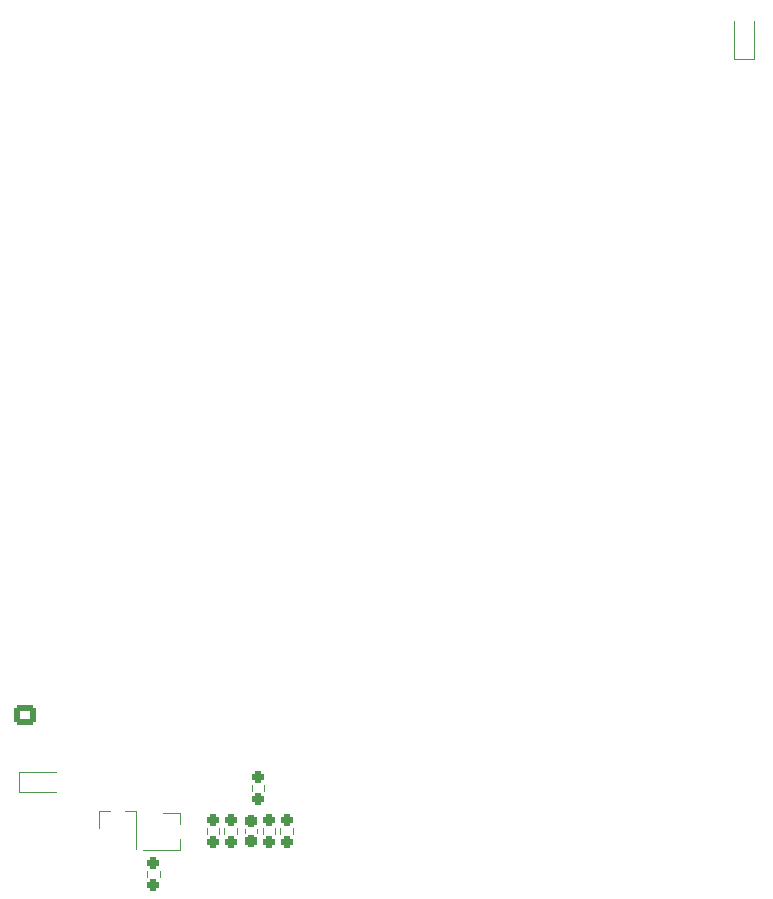
<source format=gbr>
%TF.GenerationSoftware,KiCad,Pcbnew,(6.0.11)*%
%TF.CreationDate,2024-02-29T08:21:51+09:00*%
%TF.ProjectId,LargePW,4c617267-6550-4572-9e6b-696361645f70,rev?*%
%TF.SameCoordinates,Original*%
%TF.FileFunction,Legend,Bot*%
%TF.FilePolarity,Positive*%
%FSLAX46Y46*%
G04 Gerber Fmt 4.6, Leading zero omitted, Abs format (unit mm)*
G04 Created by KiCad (PCBNEW (6.0.11)) date 2024-02-29 08:21:51*
%MOMM*%
%LPD*%
G01*
G04 APERTURE LIST*
G04 Aperture macros list*
%AMRoundRect*
0 Rectangle with rounded corners*
0 $1 Rounding radius*
0 $2 $3 $4 $5 $6 $7 $8 $9 X,Y pos of 4 corners*
0 Add a 4 corners polygon primitive as box body*
4,1,4,$2,$3,$4,$5,$6,$7,$8,$9,$2,$3,0*
0 Add four circle primitives for the rounded corners*
1,1,$1+$1,$2,$3*
1,1,$1+$1,$4,$5*
1,1,$1+$1,$6,$7*
1,1,$1+$1,$8,$9*
0 Add four rect primitives between the rounded corners*
20,1,$1+$1,$2,$3,$4,$5,0*
20,1,$1+$1,$4,$5,$6,$7,0*
20,1,$1+$1,$6,$7,$8,$9,0*
20,1,$1+$1,$8,$9,$2,$3,0*%
G04 Aperture macros list end*
%ADD10C,0.120000*%
%ADD11O,9.000000X3.500000*%
%ADD12O,3.500000X9.000000*%
%ADD13R,3.800000X3.800000*%
%ADD14C,4.000000*%
%ADD15RoundRect,0.250000X-0.675000X0.600000X-0.675000X-0.600000X0.675000X-0.600000X0.675000X0.600000X0*%
%ADD16O,1.850000X1.700000*%
%ADD17C,2.780000*%
%ADD18O,4.000000X1.524000*%
%ADD19C,5.000000*%
%ADD20C,1.524000*%
%ADD21R,4.000000X4.000000*%
%ADD22R,1.900000X0.800000*%
%ADD23R,1.000000X1.000000*%
%ADD24RoundRect,0.237500X0.237500X-0.250000X0.237500X0.250000X-0.237500X0.250000X-0.237500X-0.250000X0*%
%ADD25RoundRect,0.237500X-0.237500X0.250000X-0.237500X-0.250000X0.237500X-0.250000X0.237500X0.250000X0*%
%ADD26R,0.800000X1.900000*%
%ADD27RoundRect,0.237500X-0.237500X0.300000X-0.237500X-0.300000X0.237500X-0.300000X0.237500X0.300000X0*%
G04 APERTURE END LIST*
D10*
%TO.C,Q5*%
X101760000Y-141508349D02*
X101760000Y-140578349D01*
X101760000Y-141508349D02*
X98600000Y-141508349D01*
X101760000Y-138348349D02*
X101760000Y-139278349D01*
X101760000Y-138348349D02*
X100300000Y-138348349D01*
%TO.C,D2*%
X148650000Y-74519000D02*
X148650000Y-71369000D01*
X150350000Y-74519000D02*
X150350000Y-71369000D01*
X150350000Y-74519000D02*
X148650000Y-74519000D01*
%TO.C,R6*%
X99992500Y-143794724D02*
X99992500Y-143285276D01*
X98947500Y-143794724D02*
X98947500Y-143285276D01*
%TO.C,R4*%
X111272500Y-140183073D02*
X111272500Y-139673625D01*
X110227500Y-140183073D02*
X110227500Y-139673625D01*
%TO.C,R5*%
X105022500Y-139673625D02*
X105022500Y-140183073D01*
X103977500Y-139673625D02*
X103977500Y-140183073D01*
%TO.C,Q6*%
X94840000Y-138240000D02*
X95770000Y-138240000D01*
X94840000Y-138240000D02*
X94840000Y-139700000D01*
X98000000Y-138240000D02*
X98000000Y-141400000D01*
X98000000Y-138240000D02*
X97070000Y-138240000D01*
%TO.C,R2*%
X106522500Y-139673625D02*
X106522500Y-140183073D01*
X105477500Y-139673625D02*
X105477500Y-140183073D01*
%TO.C,C1*%
X107240000Y-139782082D02*
X107240000Y-140074616D01*
X108260000Y-139782082D02*
X108260000Y-140074616D01*
%TO.C,R3*%
X108727500Y-139673625D02*
X108727500Y-140183073D01*
X109772500Y-139673625D02*
X109772500Y-140183073D01*
%TO.C,R1*%
X108822500Y-136005276D02*
X108822500Y-136514724D01*
X107777500Y-136005276D02*
X107777500Y-136514724D01*
%TO.C,D1*%
X88100000Y-134900000D02*
X91250000Y-134900000D01*
X88100000Y-136600000D02*
X88100000Y-134900000D01*
X88100000Y-136600000D02*
X91250000Y-136600000D01*
%TD*%
%LPC*%
D11*
%TO.C,K1*%
X96250000Y-93750000D03*
X105750000Y-102150000D03*
X105750000Y-85350000D03*
D12*
X114150000Y-93750000D03*
X106150000Y-93750000D03*
%TD*%
D13*
%TO.C,J2*%
X127500000Y-134249999D03*
D14*
X122500000Y-134249999D03*
%TD*%
D13*
%TO.C,J12*%
X154000000Y-108000000D03*
D14*
X154000000Y-113000000D03*
%TD*%
D13*
%TO.C,J3*%
X127500000Y-143750000D03*
D14*
X122500000Y-143750000D03*
%TD*%
D13*
%TO.C,J6*%
X154000000Y-94750000D03*
D14*
X154000000Y-99750000D03*
%TD*%
D15*
%TO.C,J1*%
X88600000Y-130100000D03*
D16*
X88600000Y-132600000D03*
%TD*%
D13*
%TO.C,J9*%
X154500000Y-143750000D03*
D14*
X149500000Y-143750000D03*
%TD*%
D13*
%TO.C,J7*%
X163500000Y-94750000D03*
D14*
X163500000Y-99750000D03*
%TD*%
D13*
%TO.C,J4*%
X141000000Y-134250000D03*
D14*
X136000000Y-134250000D03*
%TD*%
D17*
%TO.C,F1*%
X103250000Y-70850000D03*
X103250000Y-74250000D03*
X93330000Y-74250000D03*
X93330000Y-70850000D03*
%TD*%
D13*
%TO.C,J10*%
X154000000Y-121250000D03*
D14*
X154000000Y-126250000D03*
%TD*%
D13*
%TO.C,J11*%
X163500000Y-121250000D03*
D14*
X163500000Y-126250000D03*
%TD*%
D13*
%TO.C,J5*%
X141000000Y-143750001D03*
D14*
X136000000Y-143750001D03*
%TD*%
D13*
%TO.C,J13*%
X163500000Y-108000000D03*
D14*
X163500000Y-113000000D03*
%TD*%
D18*
%TO.C,SW1*%
X105000000Y-142928349D03*
X105000000Y-136928349D03*
%TD*%
D19*
%TO.C,H1*%
X122000000Y-72250000D03*
%TD*%
D13*
%TO.C,J8*%
X154500000Y-134250000D03*
D14*
X149500000Y-134250000D03*
%TD*%
D20*
%TO.C,MES1*%
X114000000Y-124050000D03*
X112000000Y-124035000D03*
%TD*%
D19*
%TO.C,H2*%
X111000000Y-72250000D03*
%TD*%
D21*
%TO.C,C2*%
X149500000Y-77619000D03*
D14*
X149500000Y-67619000D03*
%TD*%
D22*
%TO.C,Q5*%
X99500000Y-140878349D03*
X99500000Y-138978349D03*
X102500000Y-139928349D03*
%TD*%
D23*
%TO.C,D2*%
X149500000Y-73869000D03*
X149500000Y-71369000D03*
%TD*%
D24*
%TO.C,R6*%
X99470000Y-144452500D03*
X99470000Y-142627500D03*
%TD*%
%TO.C,R4*%
X110750000Y-140840849D03*
X110750000Y-139015849D03*
%TD*%
D25*
%TO.C,R5*%
X104500000Y-139015849D03*
X104500000Y-140840849D03*
%TD*%
D26*
%TO.C,Q6*%
X97370000Y-140500000D03*
X95470000Y-140500000D03*
X96420000Y-137500000D03*
%TD*%
D25*
%TO.C,R2*%
X106000000Y-139015849D03*
X106000000Y-140840849D03*
%TD*%
D27*
%TO.C,C1*%
X107750000Y-139065849D03*
X107750000Y-140790849D03*
%TD*%
D25*
%TO.C,R3*%
X109250000Y-139015849D03*
X109250000Y-140840849D03*
%TD*%
%TO.C,R1*%
X108300000Y-135347500D03*
X108300000Y-137172500D03*
%TD*%
D23*
%TO.C,D1*%
X88750000Y-135750000D03*
X91250000Y-135750000D03*
%TD*%
M02*

</source>
